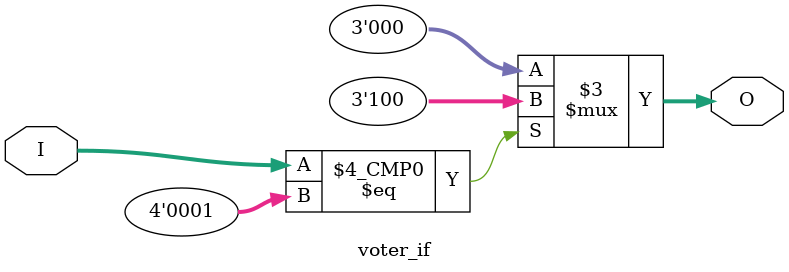
<source format=v>
module voter_if (I, O);
input [3:0] I; // I 4 men
output [3:1] O; // O Result
reg [3:1] O;

always @(I)

case (I)
    4'b0000 || 4'b0001 || 4'b0010 || 4'b0100 || 4'b1000:
        O[3:1] =3'b100;
    4'b0011 || 4'b0101 || 4'b0110 || 4'b1001 || 4'b1010 || 4'b1100:
        O[3:1] = 3'b010;
    4'b1110 ||  4'b1101 ||4'b1011 ||  4'b0111 ||  4'b1111:
        O[3:1] = 3'b001;
    default : O[3:1] =3'b000;
endcase
endmodule

</source>
